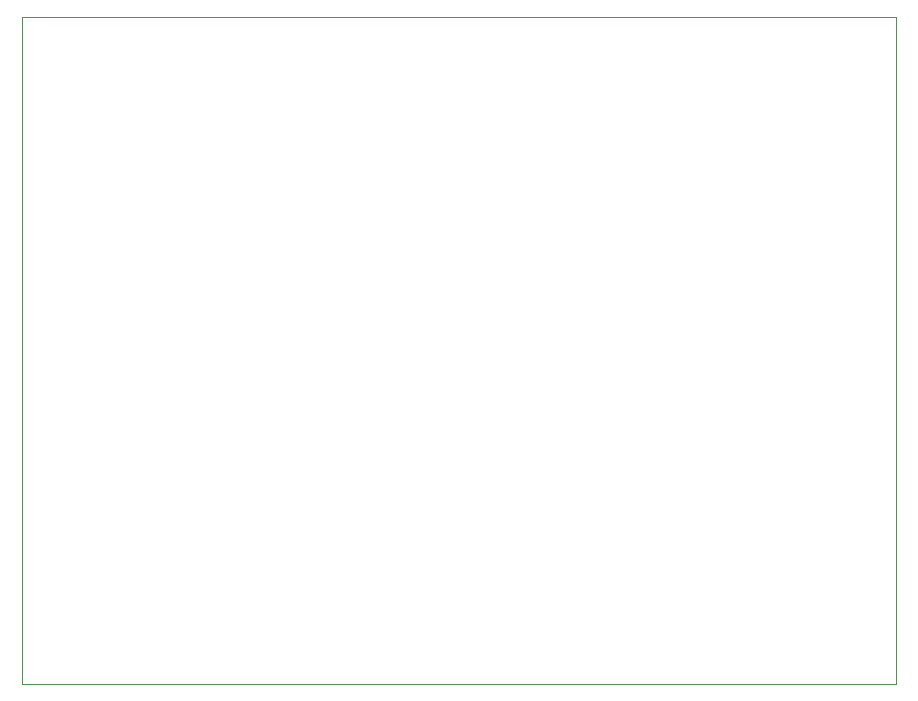
<source format=gm1>
G04 #@! TF.GenerationSoftware,KiCad,Pcbnew,8.0.8*
G04 #@! TF.CreationDate,2025-01-16T17:39:40+01:00*
G04 #@! TF.ProjectId,led_matrix,6c65645f-6d61-4747-9269-782e6b696361,rev?*
G04 #@! TF.SameCoordinates,Original*
G04 #@! TF.FileFunction,Profile,NP*
%FSLAX46Y46*%
G04 Gerber Fmt 4.6, Leading zero omitted, Abs format (unit mm)*
G04 Created by KiCad (PCBNEW 8.0.8) date 2025-01-16 17:39:40*
%MOMM*%
%LPD*%
G01*
G04 APERTURE LIST*
G04 #@! TA.AperFunction,Profile*
%ADD10C,0.050000*%
G04 #@! TD*
G04 APERTURE END LIST*
D10*
X111500000Y-79000000D02*
X185500000Y-79000000D01*
X185500000Y-135500000D01*
X111500000Y-135500000D01*
X111500000Y-79000000D01*
M02*

</source>
